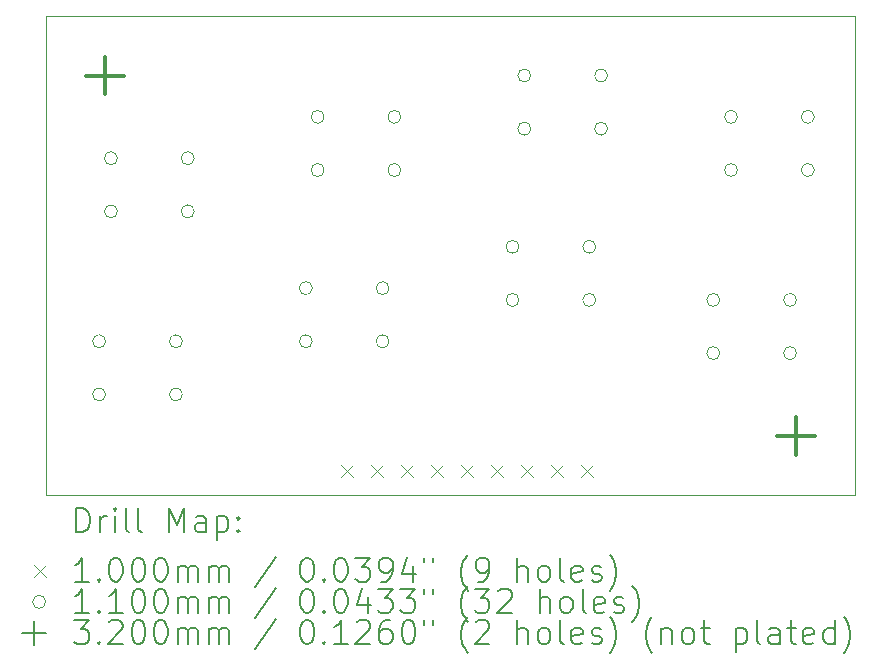
<source format=gbr>
%TF.GenerationSoftware,KiCad,Pcbnew,8.0.5*%
%TF.CreationDate,2024-11-12T13:58:14+11:00*%
%TF.ProjectId,wheel,77686565-6c2e-46b6-9963-61645f706362,rev?*%
%TF.SameCoordinates,Original*%
%TF.FileFunction,Drillmap*%
%TF.FilePolarity,Positive*%
%FSLAX45Y45*%
G04 Gerber Fmt 4.5, Leading zero omitted, Abs format (unit mm)*
G04 Created by KiCad (PCBNEW 8.0.5) date 2024-11-12 13:58:14*
%MOMM*%
%LPD*%
G01*
G04 APERTURE LIST*
%ADD10C,0.050000*%
%ADD11C,0.200000*%
%ADD12C,0.100000*%
%ADD13C,0.110000*%
%ADD14C,0.320000*%
G04 APERTURE END LIST*
D10*
X8250000Y-5500000D02*
X15100000Y-5500000D01*
X15100000Y-9550000D01*
X8250000Y-9550000D01*
X8250000Y-5500000D01*
D11*
D12*
X10750000Y-9300000D02*
X10850000Y-9400000D01*
X10850000Y-9300000D02*
X10750000Y-9400000D01*
X11004000Y-9300000D02*
X11104000Y-9400000D01*
X11104000Y-9300000D02*
X11004000Y-9400000D01*
X11258000Y-9300000D02*
X11358000Y-9400000D01*
X11358000Y-9300000D02*
X11258000Y-9400000D01*
X11512000Y-9300000D02*
X11612000Y-9400000D01*
X11612000Y-9300000D02*
X11512000Y-9400000D01*
X11766000Y-9300000D02*
X11866000Y-9400000D01*
X11866000Y-9300000D02*
X11766000Y-9400000D01*
X12020000Y-9300000D02*
X12120000Y-9400000D01*
X12120000Y-9300000D02*
X12020000Y-9400000D01*
X12274000Y-9300000D02*
X12374000Y-9400000D01*
X12374000Y-9300000D02*
X12274000Y-9400000D01*
X12528000Y-9300000D02*
X12628000Y-9400000D01*
X12628000Y-9300000D02*
X12528000Y-9400000D01*
X12782000Y-9300000D02*
X12882000Y-9400000D01*
X12882000Y-9300000D02*
X12782000Y-9400000D01*
D13*
X8755000Y-8250000D02*
G75*
G02*
X8645000Y-8250000I-55000J0D01*
G01*
X8645000Y-8250000D02*
G75*
G02*
X8755000Y-8250000I55000J0D01*
G01*
X8755000Y-8700000D02*
G75*
G02*
X8645000Y-8700000I-55000J0D01*
G01*
X8645000Y-8700000D02*
G75*
G02*
X8755000Y-8700000I55000J0D01*
G01*
X8855000Y-6700000D02*
G75*
G02*
X8745000Y-6700000I-55000J0D01*
G01*
X8745000Y-6700000D02*
G75*
G02*
X8855000Y-6700000I55000J0D01*
G01*
X8855000Y-7150000D02*
G75*
G02*
X8745000Y-7150000I-55000J0D01*
G01*
X8745000Y-7150000D02*
G75*
G02*
X8855000Y-7150000I55000J0D01*
G01*
X9405000Y-8250000D02*
G75*
G02*
X9295000Y-8250000I-55000J0D01*
G01*
X9295000Y-8250000D02*
G75*
G02*
X9405000Y-8250000I55000J0D01*
G01*
X9405000Y-8700000D02*
G75*
G02*
X9295000Y-8700000I-55000J0D01*
G01*
X9295000Y-8700000D02*
G75*
G02*
X9405000Y-8700000I55000J0D01*
G01*
X9505000Y-6700000D02*
G75*
G02*
X9395000Y-6700000I-55000J0D01*
G01*
X9395000Y-6700000D02*
G75*
G02*
X9505000Y-6700000I55000J0D01*
G01*
X9505000Y-7150000D02*
G75*
G02*
X9395000Y-7150000I-55000J0D01*
G01*
X9395000Y-7150000D02*
G75*
G02*
X9505000Y-7150000I55000J0D01*
G01*
X10505000Y-7800000D02*
G75*
G02*
X10395000Y-7800000I-55000J0D01*
G01*
X10395000Y-7800000D02*
G75*
G02*
X10505000Y-7800000I55000J0D01*
G01*
X10505000Y-8250000D02*
G75*
G02*
X10395000Y-8250000I-55000J0D01*
G01*
X10395000Y-8250000D02*
G75*
G02*
X10505000Y-8250000I55000J0D01*
G01*
X10605000Y-6350000D02*
G75*
G02*
X10495000Y-6350000I-55000J0D01*
G01*
X10495000Y-6350000D02*
G75*
G02*
X10605000Y-6350000I55000J0D01*
G01*
X10605000Y-6800000D02*
G75*
G02*
X10495000Y-6800000I-55000J0D01*
G01*
X10495000Y-6800000D02*
G75*
G02*
X10605000Y-6800000I55000J0D01*
G01*
X11155000Y-7800000D02*
G75*
G02*
X11045000Y-7800000I-55000J0D01*
G01*
X11045000Y-7800000D02*
G75*
G02*
X11155000Y-7800000I55000J0D01*
G01*
X11155000Y-8250000D02*
G75*
G02*
X11045000Y-8250000I-55000J0D01*
G01*
X11045000Y-8250000D02*
G75*
G02*
X11155000Y-8250000I55000J0D01*
G01*
X11255000Y-6350000D02*
G75*
G02*
X11145000Y-6350000I-55000J0D01*
G01*
X11145000Y-6350000D02*
G75*
G02*
X11255000Y-6350000I55000J0D01*
G01*
X11255000Y-6800000D02*
G75*
G02*
X11145000Y-6800000I-55000J0D01*
G01*
X11145000Y-6800000D02*
G75*
G02*
X11255000Y-6800000I55000J0D01*
G01*
X12255000Y-7450000D02*
G75*
G02*
X12145000Y-7450000I-55000J0D01*
G01*
X12145000Y-7450000D02*
G75*
G02*
X12255000Y-7450000I55000J0D01*
G01*
X12255000Y-7900000D02*
G75*
G02*
X12145000Y-7900000I-55000J0D01*
G01*
X12145000Y-7900000D02*
G75*
G02*
X12255000Y-7900000I55000J0D01*
G01*
X12355000Y-6000000D02*
G75*
G02*
X12245000Y-6000000I-55000J0D01*
G01*
X12245000Y-6000000D02*
G75*
G02*
X12355000Y-6000000I55000J0D01*
G01*
X12355000Y-6450000D02*
G75*
G02*
X12245000Y-6450000I-55000J0D01*
G01*
X12245000Y-6450000D02*
G75*
G02*
X12355000Y-6450000I55000J0D01*
G01*
X12905000Y-7450000D02*
G75*
G02*
X12795000Y-7450000I-55000J0D01*
G01*
X12795000Y-7450000D02*
G75*
G02*
X12905000Y-7450000I55000J0D01*
G01*
X12905000Y-7900000D02*
G75*
G02*
X12795000Y-7900000I-55000J0D01*
G01*
X12795000Y-7900000D02*
G75*
G02*
X12905000Y-7900000I55000J0D01*
G01*
X13005000Y-6000000D02*
G75*
G02*
X12895000Y-6000000I-55000J0D01*
G01*
X12895000Y-6000000D02*
G75*
G02*
X13005000Y-6000000I55000J0D01*
G01*
X13005000Y-6450000D02*
G75*
G02*
X12895000Y-6450000I-55000J0D01*
G01*
X12895000Y-6450000D02*
G75*
G02*
X13005000Y-6450000I55000J0D01*
G01*
X13955000Y-7900000D02*
G75*
G02*
X13845000Y-7900000I-55000J0D01*
G01*
X13845000Y-7900000D02*
G75*
G02*
X13955000Y-7900000I55000J0D01*
G01*
X13955000Y-8350000D02*
G75*
G02*
X13845000Y-8350000I-55000J0D01*
G01*
X13845000Y-8350000D02*
G75*
G02*
X13955000Y-8350000I55000J0D01*
G01*
X14105000Y-6350000D02*
G75*
G02*
X13995000Y-6350000I-55000J0D01*
G01*
X13995000Y-6350000D02*
G75*
G02*
X14105000Y-6350000I55000J0D01*
G01*
X14105000Y-6800000D02*
G75*
G02*
X13995000Y-6800000I-55000J0D01*
G01*
X13995000Y-6800000D02*
G75*
G02*
X14105000Y-6800000I55000J0D01*
G01*
X14605000Y-7900000D02*
G75*
G02*
X14495000Y-7900000I-55000J0D01*
G01*
X14495000Y-7900000D02*
G75*
G02*
X14605000Y-7900000I55000J0D01*
G01*
X14605000Y-8350000D02*
G75*
G02*
X14495000Y-8350000I-55000J0D01*
G01*
X14495000Y-8350000D02*
G75*
G02*
X14605000Y-8350000I55000J0D01*
G01*
X14755000Y-6350000D02*
G75*
G02*
X14645000Y-6350000I-55000J0D01*
G01*
X14645000Y-6350000D02*
G75*
G02*
X14755000Y-6350000I55000J0D01*
G01*
X14755000Y-6800000D02*
G75*
G02*
X14645000Y-6800000I-55000J0D01*
G01*
X14645000Y-6800000D02*
G75*
G02*
X14755000Y-6800000I55000J0D01*
G01*
D14*
X8750000Y-5840000D02*
X8750000Y-6160000D01*
X8590000Y-6000000D02*
X8910000Y-6000000D01*
X14600000Y-8890000D02*
X14600000Y-9210000D01*
X14440000Y-9050000D02*
X14760000Y-9050000D01*
D11*
X8508277Y-9863984D02*
X8508277Y-9663984D01*
X8508277Y-9663984D02*
X8555896Y-9663984D01*
X8555896Y-9663984D02*
X8584467Y-9673508D01*
X8584467Y-9673508D02*
X8603515Y-9692555D01*
X8603515Y-9692555D02*
X8613039Y-9711603D01*
X8613039Y-9711603D02*
X8622563Y-9749698D01*
X8622563Y-9749698D02*
X8622563Y-9778270D01*
X8622563Y-9778270D02*
X8613039Y-9816365D01*
X8613039Y-9816365D02*
X8603515Y-9835412D01*
X8603515Y-9835412D02*
X8584467Y-9854460D01*
X8584467Y-9854460D02*
X8555896Y-9863984D01*
X8555896Y-9863984D02*
X8508277Y-9863984D01*
X8708277Y-9863984D02*
X8708277Y-9730650D01*
X8708277Y-9768746D02*
X8717801Y-9749698D01*
X8717801Y-9749698D02*
X8727324Y-9740174D01*
X8727324Y-9740174D02*
X8746372Y-9730650D01*
X8746372Y-9730650D02*
X8765420Y-9730650D01*
X8832086Y-9863984D02*
X8832086Y-9730650D01*
X8832086Y-9663984D02*
X8822563Y-9673508D01*
X8822563Y-9673508D02*
X8832086Y-9683031D01*
X8832086Y-9683031D02*
X8841610Y-9673508D01*
X8841610Y-9673508D02*
X8832086Y-9663984D01*
X8832086Y-9663984D02*
X8832086Y-9683031D01*
X8955896Y-9863984D02*
X8936848Y-9854460D01*
X8936848Y-9854460D02*
X8927324Y-9835412D01*
X8927324Y-9835412D02*
X8927324Y-9663984D01*
X9060658Y-9863984D02*
X9041610Y-9854460D01*
X9041610Y-9854460D02*
X9032086Y-9835412D01*
X9032086Y-9835412D02*
X9032086Y-9663984D01*
X9289229Y-9863984D02*
X9289229Y-9663984D01*
X9289229Y-9663984D02*
X9355896Y-9806841D01*
X9355896Y-9806841D02*
X9422563Y-9663984D01*
X9422563Y-9663984D02*
X9422563Y-9863984D01*
X9603515Y-9863984D02*
X9603515Y-9759222D01*
X9603515Y-9759222D02*
X9593991Y-9740174D01*
X9593991Y-9740174D02*
X9574944Y-9730650D01*
X9574944Y-9730650D02*
X9536848Y-9730650D01*
X9536848Y-9730650D02*
X9517801Y-9740174D01*
X9603515Y-9854460D02*
X9584467Y-9863984D01*
X9584467Y-9863984D02*
X9536848Y-9863984D01*
X9536848Y-9863984D02*
X9517801Y-9854460D01*
X9517801Y-9854460D02*
X9508277Y-9835412D01*
X9508277Y-9835412D02*
X9508277Y-9816365D01*
X9508277Y-9816365D02*
X9517801Y-9797317D01*
X9517801Y-9797317D02*
X9536848Y-9787793D01*
X9536848Y-9787793D02*
X9584467Y-9787793D01*
X9584467Y-9787793D02*
X9603515Y-9778270D01*
X9698753Y-9730650D02*
X9698753Y-9930650D01*
X9698753Y-9740174D02*
X9717801Y-9730650D01*
X9717801Y-9730650D02*
X9755896Y-9730650D01*
X9755896Y-9730650D02*
X9774944Y-9740174D01*
X9774944Y-9740174D02*
X9784467Y-9749698D01*
X9784467Y-9749698D02*
X9793991Y-9768746D01*
X9793991Y-9768746D02*
X9793991Y-9825889D01*
X9793991Y-9825889D02*
X9784467Y-9844936D01*
X9784467Y-9844936D02*
X9774944Y-9854460D01*
X9774944Y-9854460D02*
X9755896Y-9863984D01*
X9755896Y-9863984D02*
X9717801Y-9863984D01*
X9717801Y-9863984D02*
X9698753Y-9854460D01*
X9879705Y-9844936D02*
X9889229Y-9854460D01*
X9889229Y-9854460D02*
X9879705Y-9863984D01*
X9879705Y-9863984D02*
X9870182Y-9854460D01*
X9870182Y-9854460D02*
X9879705Y-9844936D01*
X9879705Y-9844936D02*
X9879705Y-9863984D01*
X9879705Y-9740174D02*
X9889229Y-9749698D01*
X9889229Y-9749698D02*
X9879705Y-9759222D01*
X9879705Y-9759222D02*
X9870182Y-9749698D01*
X9870182Y-9749698D02*
X9879705Y-9740174D01*
X9879705Y-9740174D02*
X9879705Y-9759222D01*
D12*
X8147500Y-10142500D02*
X8247500Y-10242500D01*
X8247500Y-10142500D02*
X8147500Y-10242500D01*
D11*
X8613039Y-10283984D02*
X8498753Y-10283984D01*
X8555896Y-10283984D02*
X8555896Y-10083984D01*
X8555896Y-10083984D02*
X8536848Y-10112555D01*
X8536848Y-10112555D02*
X8517801Y-10131603D01*
X8517801Y-10131603D02*
X8498753Y-10141127D01*
X8698753Y-10264936D02*
X8708277Y-10274460D01*
X8708277Y-10274460D02*
X8698753Y-10283984D01*
X8698753Y-10283984D02*
X8689229Y-10274460D01*
X8689229Y-10274460D02*
X8698753Y-10264936D01*
X8698753Y-10264936D02*
X8698753Y-10283984D01*
X8832086Y-10083984D02*
X8851134Y-10083984D01*
X8851134Y-10083984D02*
X8870182Y-10093508D01*
X8870182Y-10093508D02*
X8879705Y-10103031D01*
X8879705Y-10103031D02*
X8889229Y-10122079D01*
X8889229Y-10122079D02*
X8898753Y-10160174D01*
X8898753Y-10160174D02*
X8898753Y-10207793D01*
X8898753Y-10207793D02*
X8889229Y-10245889D01*
X8889229Y-10245889D02*
X8879705Y-10264936D01*
X8879705Y-10264936D02*
X8870182Y-10274460D01*
X8870182Y-10274460D02*
X8851134Y-10283984D01*
X8851134Y-10283984D02*
X8832086Y-10283984D01*
X8832086Y-10283984D02*
X8813039Y-10274460D01*
X8813039Y-10274460D02*
X8803515Y-10264936D01*
X8803515Y-10264936D02*
X8793991Y-10245889D01*
X8793991Y-10245889D02*
X8784467Y-10207793D01*
X8784467Y-10207793D02*
X8784467Y-10160174D01*
X8784467Y-10160174D02*
X8793991Y-10122079D01*
X8793991Y-10122079D02*
X8803515Y-10103031D01*
X8803515Y-10103031D02*
X8813039Y-10093508D01*
X8813039Y-10093508D02*
X8832086Y-10083984D01*
X9022563Y-10083984D02*
X9041610Y-10083984D01*
X9041610Y-10083984D02*
X9060658Y-10093508D01*
X9060658Y-10093508D02*
X9070182Y-10103031D01*
X9070182Y-10103031D02*
X9079705Y-10122079D01*
X9079705Y-10122079D02*
X9089229Y-10160174D01*
X9089229Y-10160174D02*
X9089229Y-10207793D01*
X9089229Y-10207793D02*
X9079705Y-10245889D01*
X9079705Y-10245889D02*
X9070182Y-10264936D01*
X9070182Y-10264936D02*
X9060658Y-10274460D01*
X9060658Y-10274460D02*
X9041610Y-10283984D01*
X9041610Y-10283984D02*
X9022563Y-10283984D01*
X9022563Y-10283984D02*
X9003515Y-10274460D01*
X9003515Y-10274460D02*
X8993991Y-10264936D01*
X8993991Y-10264936D02*
X8984467Y-10245889D01*
X8984467Y-10245889D02*
X8974944Y-10207793D01*
X8974944Y-10207793D02*
X8974944Y-10160174D01*
X8974944Y-10160174D02*
X8984467Y-10122079D01*
X8984467Y-10122079D02*
X8993991Y-10103031D01*
X8993991Y-10103031D02*
X9003515Y-10093508D01*
X9003515Y-10093508D02*
X9022563Y-10083984D01*
X9213039Y-10083984D02*
X9232086Y-10083984D01*
X9232086Y-10083984D02*
X9251134Y-10093508D01*
X9251134Y-10093508D02*
X9260658Y-10103031D01*
X9260658Y-10103031D02*
X9270182Y-10122079D01*
X9270182Y-10122079D02*
X9279705Y-10160174D01*
X9279705Y-10160174D02*
X9279705Y-10207793D01*
X9279705Y-10207793D02*
X9270182Y-10245889D01*
X9270182Y-10245889D02*
X9260658Y-10264936D01*
X9260658Y-10264936D02*
X9251134Y-10274460D01*
X9251134Y-10274460D02*
X9232086Y-10283984D01*
X9232086Y-10283984D02*
X9213039Y-10283984D01*
X9213039Y-10283984D02*
X9193991Y-10274460D01*
X9193991Y-10274460D02*
X9184467Y-10264936D01*
X9184467Y-10264936D02*
X9174944Y-10245889D01*
X9174944Y-10245889D02*
X9165420Y-10207793D01*
X9165420Y-10207793D02*
X9165420Y-10160174D01*
X9165420Y-10160174D02*
X9174944Y-10122079D01*
X9174944Y-10122079D02*
X9184467Y-10103031D01*
X9184467Y-10103031D02*
X9193991Y-10093508D01*
X9193991Y-10093508D02*
X9213039Y-10083984D01*
X9365420Y-10283984D02*
X9365420Y-10150650D01*
X9365420Y-10169698D02*
X9374944Y-10160174D01*
X9374944Y-10160174D02*
X9393991Y-10150650D01*
X9393991Y-10150650D02*
X9422563Y-10150650D01*
X9422563Y-10150650D02*
X9441610Y-10160174D01*
X9441610Y-10160174D02*
X9451134Y-10179222D01*
X9451134Y-10179222D02*
X9451134Y-10283984D01*
X9451134Y-10179222D02*
X9460658Y-10160174D01*
X9460658Y-10160174D02*
X9479705Y-10150650D01*
X9479705Y-10150650D02*
X9508277Y-10150650D01*
X9508277Y-10150650D02*
X9527325Y-10160174D01*
X9527325Y-10160174D02*
X9536848Y-10179222D01*
X9536848Y-10179222D02*
X9536848Y-10283984D01*
X9632086Y-10283984D02*
X9632086Y-10150650D01*
X9632086Y-10169698D02*
X9641610Y-10160174D01*
X9641610Y-10160174D02*
X9660658Y-10150650D01*
X9660658Y-10150650D02*
X9689229Y-10150650D01*
X9689229Y-10150650D02*
X9708277Y-10160174D01*
X9708277Y-10160174D02*
X9717801Y-10179222D01*
X9717801Y-10179222D02*
X9717801Y-10283984D01*
X9717801Y-10179222D02*
X9727325Y-10160174D01*
X9727325Y-10160174D02*
X9746372Y-10150650D01*
X9746372Y-10150650D02*
X9774944Y-10150650D01*
X9774944Y-10150650D02*
X9793991Y-10160174D01*
X9793991Y-10160174D02*
X9803515Y-10179222D01*
X9803515Y-10179222D02*
X9803515Y-10283984D01*
X10193991Y-10074460D02*
X10022563Y-10331603D01*
X10451134Y-10083984D02*
X10470182Y-10083984D01*
X10470182Y-10083984D02*
X10489229Y-10093508D01*
X10489229Y-10093508D02*
X10498753Y-10103031D01*
X10498753Y-10103031D02*
X10508277Y-10122079D01*
X10508277Y-10122079D02*
X10517801Y-10160174D01*
X10517801Y-10160174D02*
X10517801Y-10207793D01*
X10517801Y-10207793D02*
X10508277Y-10245889D01*
X10508277Y-10245889D02*
X10498753Y-10264936D01*
X10498753Y-10264936D02*
X10489229Y-10274460D01*
X10489229Y-10274460D02*
X10470182Y-10283984D01*
X10470182Y-10283984D02*
X10451134Y-10283984D01*
X10451134Y-10283984D02*
X10432087Y-10274460D01*
X10432087Y-10274460D02*
X10422563Y-10264936D01*
X10422563Y-10264936D02*
X10413039Y-10245889D01*
X10413039Y-10245889D02*
X10403515Y-10207793D01*
X10403515Y-10207793D02*
X10403515Y-10160174D01*
X10403515Y-10160174D02*
X10413039Y-10122079D01*
X10413039Y-10122079D02*
X10422563Y-10103031D01*
X10422563Y-10103031D02*
X10432087Y-10093508D01*
X10432087Y-10093508D02*
X10451134Y-10083984D01*
X10603515Y-10264936D02*
X10613039Y-10274460D01*
X10613039Y-10274460D02*
X10603515Y-10283984D01*
X10603515Y-10283984D02*
X10593991Y-10274460D01*
X10593991Y-10274460D02*
X10603515Y-10264936D01*
X10603515Y-10264936D02*
X10603515Y-10283984D01*
X10736848Y-10083984D02*
X10755896Y-10083984D01*
X10755896Y-10083984D02*
X10774944Y-10093508D01*
X10774944Y-10093508D02*
X10784468Y-10103031D01*
X10784468Y-10103031D02*
X10793991Y-10122079D01*
X10793991Y-10122079D02*
X10803515Y-10160174D01*
X10803515Y-10160174D02*
X10803515Y-10207793D01*
X10803515Y-10207793D02*
X10793991Y-10245889D01*
X10793991Y-10245889D02*
X10784468Y-10264936D01*
X10784468Y-10264936D02*
X10774944Y-10274460D01*
X10774944Y-10274460D02*
X10755896Y-10283984D01*
X10755896Y-10283984D02*
X10736848Y-10283984D01*
X10736848Y-10283984D02*
X10717801Y-10274460D01*
X10717801Y-10274460D02*
X10708277Y-10264936D01*
X10708277Y-10264936D02*
X10698753Y-10245889D01*
X10698753Y-10245889D02*
X10689229Y-10207793D01*
X10689229Y-10207793D02*
X10689229Y-10160174D01*
X10689229Y-10160174D02*
X10698753Y-10122079D01*
X10698753Y-10122079D02*
X10708277Y-10103031D01*
X10708277Y-10103031D02*
X10717801Y-10093508D01*
X10717801Y-10093508D02*
X10736848Y-10083984D01*
X10870182Y-10083984D02*
X10993991Y-10083984D01*
X10993991Y-10083984D02*
X10927325Y-10160174D01*
X10927325Y-10160174D02*
X10955896Y-10160174D01*
X10955896Y-10160174D02*
X10974944Y-10169698D01*
X10974944Y-10169698D02*
X10984468Y-10179222D01*
X10984468Y-10179222D02*
X10993991Y-10198270D01*
X10993991Y-10198270D02*
X10993991Y-10245889D01*
X10993991Y-10245889D02*
X10984468Y-10264936D01*
X10984468Y-10264936D02*
X10974944Y-10274460D01*
X10974944Y-10274460D02*
X10955896Y-10283984D01*
X10955896Y-10283984D02*
X10898753Y-10283984D01*
X10898753Y-10283984D02*
X10879706Y-10274460D01*
X10879706Y-10274460D02*
X10870182Y-10264936D01*
X11089229Y-10283984D02*
X11127325Y-10283984D01*
X11127325Y-10283984D02*
X11146372Y-10274460D01*
X11146372Y-10274460D02*
X11155896Y-10264936D01*
X11155896Y-10264936D02*
X11174944Y-10236365D01*
X11174944Y-10236365D02*
X11184468Y-10198270D01*
X11184468Y-10198270D02*
X11184468Y-10122079D01*
X11184468Y-10122079D02*
X11174944Y-10103031D01*
X11174944Y-10103031D02*
X11165420Y-10093508D01*
X11165420Y-10093508D02*
X11146372Y-10083984D01*
X11146372Y-10083984D02*
X11108277Y-10083984D01*
X11108277Y-10083984D02*
X11089229Y-10093508D01*
X11089229Y-10093508D02*
X11079706Y-10103031D01*
X11079706Y-10103031D02*
X11070182Y-10122079D01*
X11070182Y-10122079D02*
X11070182Y-10169698D01*
X11070182Y-10169698D02*
X11079706Y-10188746D01*
X11079706Y-10188746D02*
X11089229Y-10198270D01*
X11089229Y-10198270D02*
X11108277Y-10207793D01*
X11108277Y-10207793D02*
X11146372Y-10207793D01*
X11146372Y-10207793D02*
X11165420Y-10198270D01*
X11165420Y-10198270D02*
X11174944Y-10188746D01*
X11174944Y-10188746D02*
X11184468Y-10169698D01*
X11355896Y-10150650D02*
X11355896Y-10283984D01*
X11308277Y-10074460D02*
X11260658Y-10217317D01*
X11260658Y-10217317D02*
X11384467Y-10217317D01*
X11451134Y-10083984D02*
X11451134Y-10122079D01*
X11527325Y-10083984D02*
X11527325Y-10122079D01*
X11822563Y-10360174D02*
X11813039Y-10350650D01*
X11813039Y-10350650D02*
X11793991Y-10322079D01*
X11793991Y-10322079D02*
X11784468Y-10303031D01*
X11784468Y-10303031D02*
X11774944Y-10274460D01*
X11774944Y-10274460D02*
X11765420Y-10226841D01*
X11765420Y-10226841D02*
X11765420Y-10188746D01*
X11765420Y-10188746D02*
X11774944Y-10141127D01*
X11774944Y-10141127D02*
X11784468Y-10112555D01*
X11784468Y-10112555D02*
X11793991Y-10093508D01*
X11793991Y-10093508D02*
X11813039Y-10064936D01*
X11813039Y-10064936D02*
X11822563Y-10055412D01*
X11908277Y-10283984D02*
X11946372Y-10283984D01*
X11946372Y-10283984D02*
X11965420Y-10274460D01*
X11965420Y-10274460D02*
X11974944Y-10264936D01*
X11974944Y-10264936D02*
X11993991Y-10236365D01*
X11993991Y-10236365D02*
X12003515Y-10198270D01*
X12003515Y-10198270D02*
X12003515Y-10122079D01*
X12003515Y-10122079D02*
X11993991Y-10103031D01*
X11993991Y-10103031D02*
X11984468Y-10093508D01*
X11984468Y-10093508D02*
X11965420Y-10083984D01*
X11965420Y-10083984D02*
X11927325Y-10083984D01*
X11927325Y-10083984D02*
X11908277Y-10093508D01*
X11908277Y-10093508D02*
X11898753Y-10103031D01*
X11898753Y-10103031D02*
X11889229Y-10122079D01*
X11889229Y-10122079D02*
X11889229Y-10169698D01*
X11889229Y-10169698D02*
X11898753Y-10188746D01*
X11898753Y-10188746D02*
X11908277Y-10198270D01*
X11908277Y-10198270D02*
X11927325Y-10207793D01*
X11927325Y-10207793D02*
X11965420Y-10207793D01*
X11965420Y-10207793D02*
X11984468Y-10198270D01*
X11984468Y-10198270D02*
X11993991Y-10188746D01*
X11993991Y-10188746D02*
X12003515Y-10169698D01*
X12241610Y-10283984D02*
X12241610Y-10083984D01*
X12327325Y-10283984D02*
X12327325Y-10179222D01*
X12327325Y-10179222D02*
X12317801Y-10160174D01*
X12317801Y-10160174D02*
X12298753Y-10150650D01*
X12298753Y-10150650D02*
X12270182Y-10150650D01*
X12270182Y-10150650D02*
X12251134Y-10160174D01*
X12251134Y-10160174D02*
X12241610Y-10169698D01*
X12451134Y-10283984D02*
X12432087Y-10274460D01*
X12432087Y-10274460D02*
X12422563Y-10264936D01*
X12422563Y-10264936D02*
X12413039Y-10245889D01*
X12413039Y-10245889D02*
X12413039Y-10188746D01*
X12413039Y-10188746D02*
X12422563Y-10169698D01*
X12422563Y-10169698D02*
X12432087Y-10160174D01*
X12432087Y-10160174D02*
X12451134Y-10150650D01*
X12451134Y-10150650D02*
X12479706Y-10150650D01*
X12479706Y-10150650D02*
X12498753Y-10160174D01*
X12498753Y-10160174D02*
X12508277Y-10169698D01*
X12508277Y-10169698D02*
X12517801Y-10188746D01*
X12517801Y-10188746D02*
X12517801Y-10245889D01*
X12517801Y-10245889D02*
X12508277Y-10264936D01*
X12508277Y-10264936D02*
X12498753Y-10274460D01*
X12498753Y-10274460D02*
X12479706Y-10283984D01*
X12479706Y-10283984D02*
X12451134Y-10283984D01*
X12632087Y-10283984D02*
X12613039Y-10274460D01*
X12613039Y-10274460D02*
X12603515Y-10255412D01*
X12603515Y-10255412D02*
X12603515Y-10083984D01*
X12784468Y-10274460D02*
X12765420Y-10283984D01*
X12765420Y-10283984D02*
X12727325Y-10283984D01*
X12727325Y-10283984D02*
X12708277Y-10274460D01*
X12708277Y-10274460D02*
X12698753Y-10255412D01*
X12698753Y-10255412D02*
X12698753Y-10179222D01*
X12698753Y-10179222D02*
X12708277Y-10160174D01*
X12708277Y-10160174D02*
X12727325Y-10150650D01*
X12727325Y-10150650D02*
X12765420Y-10150650D01*
X12765420Y-10150650D02*
X12784468Y-10160174D01*
X12784468Y-10160174D02*
X12793991Y-10179222D01*
X12793991Y-10179222D02*
X12793991Y-10198270D01*
X12793991Y-10198270D02*
X12698753Y-10217317D01*
X12870182Y-10274460D02*
X12889230Y-10283984D01*
X12889230Y-10283984D02*
X12927325Y-10283984D01*
X12927325Y-10283984D02*
X12946372Y-10274460D01*
X12946372Y-10274460D02*
X12955896Y-10255412D01*
X12955896Y-10255412D02*
X12955896Y-10245889D01*
X12955896Y-10245889D02*
X12946372Y-10226841D01*
X12946372Y-10226841D02*
X12927325Y-10217317D01*
X12927325Y-10217317D02*
X12898753Y-10217317D01*
X12898753Y-10217317D02*
X12879706Y-10207793D01*
X12879706Y-10207793D02*
X12870182Y-10188746D01*
X12870182Y-10188746D02*
X12870182Y-10179222D01*
X12870182Y-10179222D02*
X12879706Y-10160174D01*
X12879706Y-10160174D02*
X12898753Y-10150650D01*
X12898753Y-10150650D02*
X12927325Y-10150650D01*
X12927325Y-10150650D02*
X12946372Y-10160174D01*
X13022563Y-10360174D02*
X13032087Y-10350650D01*
X13032087Y-10350650D02*
X13051134Y-10322079D01*
X13051134Y-10322079D02*
X13060658Y-10303031D01*
X13060658Y-10303031D02*
X13070182Y-10274460D01*
X13070182Y-10274460D02*
X13079706Y-10226841D01*
X13079706Y-10226841D02*
X13079706Y-10188746D01*
X13079706Y-10188746D02*
X13070182Y-10141127D01*
X13070182Y-10141127D02*
X13060658Y-10112555D01*
X13060658Y-10112555D02*
X13051134Y-10093508D01*
X13051134Y-10093508D02*
X13032087Y-10064936D01*
X13032087Y-10064936D02*
X13022563Y-10055412D01*
D13*
X8247500Y-10456500D02*
G75*
G02*
X8137500Y-10456500I-55000J0D01*
G01*
X8137500Y-10456500D02*
G75*
G02*
X8247500Y-10456500I55000J0D01*
G01*
D11*
X8613039Y-10547984D02*
X8498753Y-10547984D01*
X8555896Y-10547984D02*
X8555896Y-10347984D01*
X8555896Y-10347984D02*
X8536848Y-10376555D01*
X8536848Y-10376555D02*
X8517801Y-10395603D01*
X8517801Y-10395603D02*
X8498753Y-10405127D01*
X8698753Y-10528936D02*
X8708277Y-10538460D01*
X8708277Y-10538460D02*
X8698753Y-10547984D01*
X8698753Y-10547984D02*
X8689229Y-10538460D01*
X8689229Y-10538460D02*
X8698753Y-10528936D01*
X8698753Y-10528936D02*
X8698753Y-10547984D01*
X8898753Y-10547984D02*
X8784467Y-10547984D01*
X8841610Y-10547984D02*
X8841610Y-10347984D01*
X8841610Y-10347984D02*
X8822563Y-10376555D01*
X8822563Y-10376555D02*
X8803515Y-10395603D01*
X8803515Y-10395603D02*
X8784467Y-10405127D01*
X9022563Y-10347984D02*
X9041610Y-10347984D01*
X9041610Y-10347984D02*
X9060658Y-10357508D01*
X9060658Y-10357508D02*
X9070182Y-10367031D01*
X9070182Y-10367031D02*
X9079705Y-10386079D01*
X9079705Y-10386079D02*
X9089229Y-10424174D01*
X9089229Y-10424174D02*
X9089229Y-10471793D01*
X9089229Y-10471793D02*
X9079705Y-10509889D01*
X9079705Y-10509889D02*
X9070182Y-10528936D01*
X9070182Y-10528936D02*
X9060658Y-10538460D01*
X9060658Y-10538460D02*
X9041610Y-10547984D01*
X9041610Y-10547984D02*
X9022563Y-10547984D01*
X9022563Y-10547984D02*
X9003515Y-10538460D01*
X9003515Y-10538460D02*
X8993991Y-10528936D01*
X8993991Y-10528936D02*
X8984467Y-10509889D01*
X8984467Y-10509889D02*
X8974944Y-10471793D01*
X8974944Y-10471793D02*
X8974944Y-10424174D01*
X8974944Y-10424174D02*
X8984467Y-10386079D01*
X8984467Y-10386079D02*
X8993991Y-10367031D01*
X8993991Y-10367031D02*
X9003515Y-10357508D01*
X9003515Y-10357508D02*
X9022563Y-10347984D01*
X9213039Y-10347984D02*
X9232086Y-10347984D01*
X9232086Y-10347984D02*
X9251134Y-10357508D01*
X9251134Y-10357508D02*
X9260658Y-10367031D01*
X9260658Y-10367031D02*
X9270182Y-10386079D01*
X9270182Y-10386079D02*
X9279705Y-10424174D01*
X9279705Y-10424174D02*
X9279705Y-10471793D01*
X9279705Y-10471793D02*
X9270182Y-10509889D01*
X9270182Y-10509889D02*
X9260658Y-10528936D01*
X9260658Y-10528936D02*
X9251134Y-10538460D01*
X9251134Y-10538460D02*
X9232086Y-10547984D01*
X9232086Y-10547984D02*
X9213039Y-10547984D01*
X9213039Y-10547984D02*
X9193991Y-10538460D01*
X9193991Y-10538460D02*
X9184467Y-10528936D01*
X9184467Y-10528936D02*
X9174944Y-10509889D01*
X9174944Y-10509889D02*
X9165420Y-10471793D01*
X9165420Y-10471793D02*
X9165420Y-10424174D01*
X9165420Y-10424174D02*
X9174944Y-10386079D01*
X9174944Y-10386079D02*
X9184467Y-10367031D01*
X9184467Y-10367031D02*
X9193991Y-10357508D01*
X9193991Y-10357508D02*
X9213039Y-10347984D01*
X9365420Y-10547984D02*
X9365420Y-10414650D01*
X9365420Y-10433698D02*
X9374944Y-10424174D01*
X9374944Y-10424174D02*
X9393991Y-10414650D01*
X9393991Y-10414650D02*
X9422563Y-10414650D01*
X9422563Y-10414650D02*
X9441610Y-10424174D01*
X9441610Y-10424174D02*
X9451134Y-10443222D01*
X9451134Y-10443222D02*
X9451134Y-10547984D01*
X9451134Y-10443222D02*
X9460658Y-10424174D01*
X9460658Y-10424174D02*
X9479705Y-10414650D01*
X9479705Y-10414650D02*
X9508277Y-10414650D01*
X9508277Y-10414650D02*
X9527325Y-10424174D01*
X9527325Y-10424174D02*
X9536848Y-10443222D01*
X9536848Y-10443222D02*
X9536848Y-10547984D01*
X9632086Y-10547984D02*
X9632086Y-10414650D01*
X9632086Y-10433698D02*
X9641610Y-10424174D01*
X9641610Y-10424174D02*
X9660658Y-10414650D01*
X9660658Y-10414650D02*
X9689229Y-10414650D01*
X9689229Y-10414650D02*
X9708277Y-10424174D01*
X9708277Y-10424174D02*
X9717801Y-10443222D01*
X9717801Y-10443222D02*
X9717801Y-10547984D01*
X9717801Y-10443222D02*
X9727325Y-10424174D01*
X9727325Y-10424174D02*
X9746372Y-10414650D01*
X9746372Y-10414650D02*
X9774944Y-10414650D01*
X9774944Y-10414650D02*
X9793991Y-10424174D01*
X9793991Y-10424174D02*
X9803515Y-10443222D01*
X9803515Y-10443222D02*
X9803515Y-10547984D01*
X10193991Y-10338460D02*
X10022563Y-10595603D01*
X10451134Y-10347984D02*
X10470182Y-10347984D01*
X10470182Y-10347984D02*
X10489229Y-10357508D01*
X10489229Y-10357508D02*
X10498753Y-10367031D01*
X10498753Y-10367031D02*
X10508277Y-10386079D01*
X10508277Y-10386079D02*
X10517801Y-10424174D01*
X10517801Y-10424174D02*
X10517801Y-10471793D01*
X10517801Y-10471793D02*
X10508277Y-10509889D01*
X10508277Y-10509889D02*
X10498753Y-10528936D01*
X10498753Y-10528936D02*
X10489229Y-10538460D01*
X10489229Y-10538460D02*
X10470182Y-10547984D01*
X10470182Y-10547984D02*
X10451134Y-10547984D01*
X10451134Y-10547984D02*
X10432087Y-10538460D01*
X10432087Y-10538460D02*
X10422563Y-10528936D01*
X10422563Y-10528936D02*
X10413039Y-10509889D01*
X10413039Y-10509889D02*
X10403515Y-10471793D01*
X10403515Y-10471793D02*
X10403515Y-10424174D01*
X10403515Y-10424174D02*
X10413039Y-10386079D01*
X10413039Y-10386079D02*
X10422563Y-10367031D01*
X10422563Y-10367031D02*
X10432087Y-10357508D01*
X10432087Y-10357508D02*
X10451134Y-10347984D01*
X10603515Y-10528936D02*
X10613039Y-10538460D01*
X10613039Y-10538460D02*
X10603515Y-10547984D01*
X10603515Y-10547984D02*
X10593991Y-10538460D01*
X10593991Y-10538460D02*
X10603515Y-10528936D01*
X10603515Y-10528936D02*
X10603515Y-10547984D01*
X10736848Y-10347984D02*
X10755896Y-10347984D01*
X10755896Y-10347984D02*
X10774944Y-10357508D01*
X10774944Y-10357508D02*
X10784468Y-10367031D01*
X10784468Y-10367031D02*
X10793991Y-10386079D01*
X10793991Y-10386079D02*
X10803515Y-10424174D01*
X10803515Y-10424174D02*
X10803515Y-10471793D01*
X10803515Y-10471793D02*
X10793991Y-10509889D01*
X10793991Y-10509889D02*
X10784468Y-10528936D01*
X10784468Y-10528936D02*
X10774944Y-10538460D01*
X10774944Y-10538460D02*
X10755896Y-10547984D01*
X10755896Y-10547984D02*
X10736848Y-10547984D01*
X10736848Y-10547984D02*
X10717801Y-10538460D01*
X10717801Y-10538460D02*
X10708277Y-10528936D01*
X10708277Y-10528936D02*
X10698753Y-10509889D01*
X10698753Y-10509889D02*
X10689229Y-10471793D01*
X10689229Y-10471793D02*
X10689229Y-10424174D01*
X10689229Y-10424174D02*
X10698753Y-10386079D01*
X10698753Y-10386079D02*
X10708277Y-10367031D01*
X10708277Y-10367031D02*
X10717801Y-10357508D01*
X10717801Y-10357508D02*
X10736848Y-10347984D01*
X10974944Y-10414650D02*
X10974944Y-10547984D01*
X10927325Y-10338460D02*
X10879706Y-10481317D01*
X10879706Y-10481317D02*
X11003515Y-10481317D01*
X11060658Y-10347984D02*
X11184468Y-10347984D01*
X11184468Y-10347984D02*
X11117801Y-10424174D01*
X11117801Y-10424174D02*
X11146372Y-10424174D01*
X11146372Y-10424174D02*
X11165420Y-10433698D01*
X11165420Y-10433698D02*
X11174944Y-10443222D01*
X11174944Y-10443222D02*
X11184468Y-10462270D01*
X11184468Y-10462270D02*
X11184468Y-10509889D01*
X11184468Y-10509889D02*
X11174944Y-10528936D01*
X11174944Y-10528936D02*
X11165420Y-10538460D01*
X11165420Y-10538460D02*
X11146372Y-10547984D01*
X11146372Y-10547984D02*
X11089229Y-10547984D01*
X11089229Y-10547984D02*
X11070182Y-10538460D01*
X11070182Y-10538460D02*
X11060658Y-10528936D01*
X11251134Y-10347984D02*
X11374944Y-10347984D01*
X11374944Y-10347984D02*
X11308277Y-10424174D01*
X11308277Y-10424174D02*
X11336848Y-10424174D01*
X11336848Y-10424174D02*
X11355896Y-10433698D01*
X11355896Y-10433698D02*
X11365420Y-10443222D01*
X11365420Y-10443222D02*
X11374944Y-10462270D01*
X11374944Y-10462270D02*
X11374944Y-10509889D01*
X11374944Y-10509889D02*
X11365420Y-10528936D01*
X11365420Y-10528936D02*
X11355896Y-10538460D01*
X11355896Y-10538460D02*
X11336848Y-10547984D01*
X11336848Y-10547984D02*
X11279706Y-10547984D01*
X11279706Y-10547984D02*
X11260658Y-10538460D01*
X11260658Y-10538460D02*
X11251134Y-10528936D01*
X11451134Y-10347984D02*
X11451134Y-10386079D01*
X11527325Y-10347984D02*
X11527325Y-10386079D01*
X11822563Y-10624174D02*
X11813039Y-10614650D01*
X11813039Y-10614650D02*
X11793991Y-10586079D01*
X11793991Y-10586079D02*
X11784468Y-10567031D01*
X11784468Y-10567031D02*
X11774944Y-10538460D01*
X11774944Y-10538460D02*
X11765420Y-10490841D01*
X11765420Y-10490841D02*
X11765420Y-10452746D01*
X11765420Y-10452746D02*
X11774944Y-10405127D01*
X11774944Y-10405127D02*
X11784468Y-10376555D01*
X11784468Y-10376555D02*
X11793991Y-10357508D01*
X11793991Y-10357508D02*
X11813039Y-10328936D01*
X11813039Y-10328936D02*
X11822563Y-10319412D01*
X11879706Y-10347984D02*
X12003515Y-10347984D01*
X12003515Y-10347984D02*
X11936848Y-10424174D01*
X11936848Y-10424174D02*
X11965420Y-10424174D01*
X11965420Y-10424174D02*
X11984468Y-10433698D01*
X11984468Y-10433698D02*
X11993991Y-10443222D01*
X11993991Y-10443222D02*
X12003515Y-10462270D01*
X12003515Y-10462270D02*
X12003515Y-10509889D01*
X12003515Y-10509889D02*
X11993991Y-10528936D01*
X11993991Y-10528936D02*
X11984468Y-10538460D01*
X11984468Y-10538460D02*
X11965420Y-10547984D01*
X11965420Y-10547984D02*
X11908277Y-10547984D01*
X11908277Y-10547984D02*
X11889229Y-10538460D01*
X11889229Y-10538460D02*
X11879706Y-10528936D01*
X12079706Y-10367031D02*
X12089229Y-10357508D01*
X12089229Y-10357508D02*
X12108277Y-10347984D01*
X12108277Y-10347984D02*
X12155896Y-10347984D01*
X12155896Y-10347984D02*
X12174944Y-10357508D01*
X12174944Y-10357508D02*
X12184468Y-10367031D01*
X12184468Y-10367031D02*
X12193991Y-10386079D01*
X12193991Y-10386079D02*
X12193991Y-10405127D01*
X12193991Y-10405127D02*
X12184468Y-10433698D01*
X12184468Y-10433698D02*
X12070182Y-10547984D01*
X12070182Y-10547984D02*
X12193991Y-10547984D01*
X12432087Y-10547984D02*
X12432087Y-10347984D01*
X12517801Y-10547984D02*
X12517801Y-10443222D01*
X12517801Y-10443222D02*
X12508277Y-10424174D01*
X12508277Y-10424174D02*
X12489230Y-10414650D01*
X12489230Y-10414650D02*
X12460658Y-10414650D01*
X12460658Y-10414650D02*
X12441610Y-10424174D01*
X12441610Y-10424174D02*
X12432087Y-10433698D01*
X12641610Y-10547984D02*
X12622563Y-10538460D01*
X12622563Y-10538460D02*
X12613039Y-10528936D01*
X12613039Y-10528936D02*
X12603515Y-10509889D01*
X12603515Y-10509889D02*
X12603515Y-10452746D01*
X12603515Y-10452746D02*
X12613039Y-10433698D01*
X12613039Y-10433698D02*
X12622563Y-10424174D01*
X12622563Y-10424174D02*
X12641610Y-10414650D01*
X12641610Y-10414650D02*
X12670182Y-10414650D01*
X12670182Y-10414650D02*
X12689230Y-10424174D01*
X12689230Y-10424174D02*
X12698753Y-10433698D01*
X12698753Y-10433698D02*
X12708277Y-10452746D01*
X12708277Y-10452746D02*
X12708277Y-10509889D01*
X12708277Y-10509889D02*
X12698753Y-10528936D01*
X12698753Y-10528936D02*
X12689230Y-10538460D01*
X12689230Y-10538460D02*
X12670182Y-10547984D01*
X12670182Y-10547984D02*
X12641610Y-10547984D01*
X12822563Y-10547984D02*
X12803515Y-10538460D01*
X12803515Y-10538460D02*
X12793991Y-10519412D01*
X12793991Y-10519412D02*
X12793991Y-10347984D01*
X12974944Y-10538460D02*
X12955896Y-10547984D01*
X12955896Y-10547984D02*
X12917801Y-10547984D01*
X12917801Y-10547984D02*
X12898753Y-10538460D01*
X12898753Y-10538460D02*
X12889230Y-10519412D01*
X12889230Y-10519412D02*
X12889230Y-10443222D01*
X12889230Y-10443222D02*
X12898753Y-10424174D01*
X12898753Y-10424174D02*
X12917801Y-10414650D01*
X12917801Y-10414650D02*
X12955896Y-10414650D01*
X12955896Y-10414650D02*
X12974944Y-10424174D01*
X12974944Y-10424174D02*
X12984468Y-10443222D01*
X12984468Y-10443222D02*
X12984468Y-10462270D01*
X12984468Y-10462270D02*
X12889230Y-10481317D01*
X13060658Y-10538460D02*
X13079706Y-10547984D01*
X13079706Y-10547984D02*
X13117801Y-10547984D01*
X13117801Y-10547984D02*
X13136849Y-10538460D01*
X13136849Y-10538460D02*
X13146372Y-10519412D01*
X13146372Y-10519412D02*
X13146372Y-10509889D01*
X13146372Y-10509889D02*
X13136849Y-10490841D01*
X13136849Y-10490841D02*
X13117801Y-10481317D01*
X13117801Y-10481317D02*
X13089230Y-10481317D01*
X13089230Y-10481317D02*
X13070182Y-10471793D01*
X13070182Y-10471793D02*
X13060658Y-10452746D01*
X13060658Y-10452746D02*
X13060658Y-10443222D01*
X13060658Y-10443222D02*
X13070182Y-10424174D01*
X13070182Y-10424174D02*
X13089230Y-10414650D01*
X13089230Y-10414650D02*
X13117801Y-10414650D01*
X13117801Y-10414650D02*
X13136849Y-10424174D01*
X13213039Y-10624174D02*
X13222563Y-10614650D01*
X13222563Y-10614650D02*
X13241611Y-10586079D01*
X13241611Y-10586079D02*
X13251134Y-10567031D01*
X13251134Y-10567031D02*
X13260658Y-10538460D01*
X13260658Y-10538460D02*
X13270182Y-10490841D01*
X13270182Y-10490841D02*
X13270182Y-10452746D01*
X13270182Y-10452746D02*
X13260658Y-10405127D01*
X13260658Y-10405127D02*
X13251134Y-10376555D01*
X13251134Y-10376555D02*
X13241611Y-10357508D01*
X13241611Y-10357508D02*
X13222563Y-10328936D01*
X13222563Y-10328936D02*
X13213039Y-10319412D01*
X8147500Y-10620500D02*
X8147500Y-10820500D01*
X8047500Y-10720500D02*
X8247500Y-10720500D01*
X8489229Y-10611984D02*
X8613039Y-10611984D01*
X8613039Y-10611984D02*
X8546372Y-10688174D01*
X8546372Y-10688174D02*
X8574944Y-10688174D01*
X8574944Y-10688174D02*
X8593991Y-10697698D01*
X8593991Y-10697698D02*
X8603515Y-10707222D01*
X8603515Y-10707222D02*
X8613039Y-10726270D01*
X8613039Y-10726270D02*
X8613039Y-10773889D01*
X8613039Y-10773889D02*
X8603515Y-10792936D01*
X8603515Y-10792936D02*
X8593991Y-10802460D01*
X8593991Y-10802460D02*
X8574944Y-10811984D01*
X8574944Y-10811984D02*
X8517801Y-10811984D01*
X8517801Y-10811984D02*
X8498753Y-10802460D01*
X8498753Y-10802460D02*
X8489229Y-10792936D01*
X8698753Y-10792936D02*
X8708277Y-10802460D01*
X8708277Y-10802460D02*
X8698753Y-10811984D01*
X8698753Y-10811984D02*
X8689229Y-10802460D01*
X8689229Y-10802460D02*
X8698753Y-10792936D01*
X8698753Y-10792936D02*
X8698753Y-10811984D01*
X8784467Y-10631031D02*
X8793991Y-10621508D01*
X8793991Y-10621508D02*
X8813039Y-10611984D01*
X8813039Y-10611984D02*
X8860658Y-10611984D01*
X8860658Y-10611984D02*
X8879705Y-10621508D01*
X8879705Y-10621508D02*
X8889229Y-10631031D01*
X8889229Y-10631031D02*
X8898753Y-10650079D01*
X8898753Y-10650079D02*
X8898753Y-10669127D01*
X8898753Y-10669127D02*
X8889229Y-10697698D01*
X8889229Y-10697698D02*
X8774944Y-10811984D01*
X8774944Y-10811984D02*
X8898753Y-10811984D01*
X9022563Y-10611984D02*
X9041610Y-10611984D01*
X9041610Y-10611984D02*
X9060658Y-10621508D01*
X9060658Y-10621508D02*
X9070182Y-10631031D01*
X9070182Y-10631031D02*
X9079705Y-10650079D01*
X9079705Y-10650079D02*
X9089229Y-10688174D01*
X9089229Y-10688174D02*
X9089229Y-10735793D01*
X9089229Y-10735793D02*
X9079705Y-10773889D01*
X9079705Y-10773889D02*
X9070182Y-10792936D01*
X9070182Y-10792936D02*
X9060658Y-10802460D01*
X9060658Y-10802460D02*
X9041610Y-10811984D01*
X9041610Y-10811984D02*
X9022563Y-10811984D01*
X9022563Y-10811984D02*
X9003515Y-10802460D01*
X9003515Y-10802460D02*
X8993991Y-10792936D01*
X8993991Y-10792936D02*
X8984467Y-10773889D01*
X8984467Y-10773889D02*
X8974944Y-10735793D01*
X8974944Y-10735793D02*
X8974944Y-10688174D01*
X8974944Y-10688174D02*
X8984467Y-10650079D01*
X8984467Y-10650079D02*
X8993991Y-10631031D01*
X8993991Y-10631031D02*
X9003515Y-10621508D01*
X9003515Y-10621508D02*
X9022563Y-10611984D01*
X9213039Y-10611984D02*
X9232086Y-10611984D01*
X9232086Y-10611984D02*
X9251134Y-10621508D01*
X9251134Y-10621508D02*
X9260658Y-10631031D01*
X9260658Y-10631031D02*
X9270182Y-10650079D01*
X9270182Y-10650079D02*
X9279705Y-10688174D01*
X9279705Y-10688174D02*
X9279705Y-10735793D01*
X9279705Y-10735793D02*
X9270182Y-10773889D01*
X9270182Y-10773889D02*
X9260658Y-10792936D01*
X9260658Y-10792936D02*
X9251134Y-10802460D01*
X9251134Y-10802460D02*
X9232086Y-10811984D01*
X9232086Y-10811984D02*
X9213039Y-10811984D01*
X9213039Y-10811984D02*
X9193991Y-10802460D01*
X9193991Y-10802460D02*
X9184467Y-10792936D01*
X9184467Y-10792936D02*
X9174944Y-10773889D01*
X9174944Y-10773889D02*
X9165420Y-10735793D01*
X9165420Y-10735793D02*
X9165420Y-10688174D01*
X9165420Y-10688174D02*
X9174944Y-10650079D01*
X9174944Y-10650079D02*
X9184467Y-10631031D01*
X9184467Y-10631031D02*
X9193991Y-10621508D01*
X9193991Y-10621508D02*
X9213039Y-10611984D01*
X9365420Y-10811984D02*
X9365420Y-10678650D01*
X9365420Y-10697698D02*
X9374944Y-10688174D01*
X9374944Y-10688174D02*
X9393991Y-10678650D01*
X9393991Y-10678650D02*
X9422563Y-10678650D01*
X9422563Y-10678650D02*
X9441610Y-10688174D01*
X9441610Y-10688174D02*
X9451134Y-10707222D01*
X9451134Y-10707222D02*
X9451134Y-10811984D01*
X9451134Y-10707222D02*
X9460658Y-10688174D01*
X9460658Y-10688174D02*
X9479705Y-10678650D01*
X9479705Y-10678650D02*
X9508277Y-10678650D01*
X9508277Y-10678650D02*
X9527325Y-10688174D01*
X9527325Y-10688174D02*
X9536848Y-10707222D01*
X9536848Y-10707222D02*
X9536848Y-10811984D01*
X9632086Y-10811984D02*
X9632086Y-10678650D01*
X9632086Y-10697698D02*
X9641610Y-10688174D01*
X9641610Y-10688174D02*
X9660658Y-10678650D01*
X9660658Y-10678650D02*
X9689229Y-10678650D01*
X9689229Y-10678650D02*
X9708277Y-10688174D01*
X9708277Y-10688174D02*
X9717801Y-10707222D01*
X9717801Y-10707222D02*
X9717801Y-10811984D01*
X9717801Y-10707222D02*
X9727325Y-10688174D01*
X9727325Y-10688174D02*
X9746372Y-10678650D01*
X9746372Y-10678650D02*
X9774944Y-10678650D01*
X9774944Y-10678650D02*
X9793991Y-10688174D01*
X9793991Y-10688174D02*
X9803515Y-10707222D01*
X9803515Y-10707222D02*
X9803515Y-10811984D01*
X10193991Y-10602460D02*
X10022563Y-10859603D01*
X10451134Y-10611984D02*
X10470182Y-10611984D01*
X10470182Y-10611984D02*
X10489229Y-10621508D01*
X10489229Y-10621508D02*
X10498753Y-10631031D01*
X10498753Y-10631031D02*
X10508277Y-10650079D01*
X10508277Y-10650079D02*
X10517801Y-10688174D01*
X10517801Y-10688174D02*
X10517801Y-10735793D01*
X10517801Y-10735793D02*
X10508277Y-10773889D01*
X10508277Y-10773889D02*
X10498753Y-10792936D01*
X10498753Y-10792936D02*
X10489229Y-10802460D01*
X10489229Y-10802460D02*
X10470182Y-10811984D01*
X10470182Y-10811984D02*
X10451134Y-10811984D01*
X10451134Y-10811984D02*
X10432087Y-10802460D01*
X10432087Y-10802460D02*
X10422563Y-10792936D01*
X10422563Y-10792936D02*
X10413039Y-10773889D01*
X10413039Y-10773889D02*
X10403515Y-10735793D01*
X10403515Y-10735793D02*
X10403515Y-10688174D01*
X10403515Y-10688174D02*
X10413039Y-10650079D01*
X10413039Y-10650079D02*
X10422563Y-10631031D01*
X10422563Y-10631031D02*
X10432087Y-10621508D01*
X10432087Y-10621508D02*
X10451134Y-10611984D01*
X10603515Y-10792936D02*
X10613039Y-10802460D01*
X10613039Y-10802460D02*
X10603515Y-10811984D01*
X10603515Y-10811984D02*
X10593991Y-10802460D01*
X10593991Y-10802460D02*
X10603515Y-10792936D01*
X10603515Y-10792936D02*
X10603515Y-10811984D01*
X10803515Y-10811984D02*
X10689229Y-10811984D01*
X10746372Y-10811984D02*
X10746372Y-10611984D01*
X10746372Y-10611984D02*
X10727325Y-10640555D01*
X10727325Y-10640555D02*
X10708277Y-10659603D01*
X10708277Y-10659603D02*
X10689229Y-10669127D01*
X10879706Y-10631031D02*
X10889229Y-10621508D01*
X10889229Y-10621508D02*
X10908277Y-10611984D01*
X10908277Y-10611984D02*
X10955896Y-10611984D01*
X10955896Y-10611984D02*
X10974944Y-10621508D01*
X10974944Y-10621508D02*
X10984468Y-10631031D01*
X10984468Y-10631031D02*
X10993991Y-10650079D01*
X10993991Y-10650079D02*
X10993991Y-10669127D01*
X10993991Y-10669127D02*
X10984468Y-10697698D01*
X10984468Y-10697698D02*
X10870182Y-10811984D01*
X10870182Y-10811984D02*
X10993991Y-10811984D01*
X11165420Y-10611984D02*
X11127325Y-10611984D01*
X11127325Y-10611984D02*
X11108277Y-10621508D01*
X11108277Y-10621508D02*
X11098753Y-10631031D01*
X11098753Y-10631031D02*
X11079706Y-10659603D01*
X11079706Y-10659603D02*
X11070182Y-10697698D01*
X11070182Y-10697698D02*
X11070182Y-10773889D01*
X11070182Y-10773889D02*
X11079706Y-10792936D01*
X11079706Y-10792936D02*
X11089229Y-10802460D01*
X11089229Y-10802460D02*
X11108277Y-10811984D01*
X11108277Y-10811984D02*
X11146372Y-10811984D01*
X11146372Y-10811984D02*
X11165420Y-10802460D01*
X11165420Y-10802460D02*
X11174944Y-10792936D01*
X11174944Y-10792936D02*
X11184468Y-10773889D01*
X11184468Y-10773889D02*
X11184468Y-10726270D01*
X11184468Y-10726270D02*
X11174944Y-10707222D01*
X11174944Y-10707222D02*
X11165420Y-10697698D01*
X11165420Y-10697698D02*
X11146372Y-10688174D01*
X11146372Y-10688174D02*
X11108277Y-10688174D01*
X11108277Y-10688174D02*
X11089229Y-10697698D01*
X11089229Y-10697698D02*
X11079706Y-10707222D01*
X11079706Y-10707222D02*
X11070182Y-10726270D01*
X11308277Y-10611984D02*
X11327325Y-10611984D01*
X11327325Y-10611984D02*
X11346372Y-10621508D01*
X11346372Y-10621508D02*
X11355896Y-10631031D01*
X11355896Y-10631031D02*
X11365420Y-10650079D01*
X11365420Y-10650079D02*
X11374944Y-10688174D01*
X11374944Y-10688174D02*
X11374944Y-10735793D01*
X11374944Y-10735793D02*
X11365420Y-10773889D01*
X11365420Y-10773889D02*
X11355896Y-10792936D01*
X11355896Y-10792936D02*
X11346372Y-10802460D01*
X11346372Y-10802460D02*
X11327325Y-10811984D01*
X11327325Y-10811984D02*
X11308277Y-10811984D01*
X11308277Y-10811984D02*
X11289229Y-10802460D01*
X11289229Y-10802460D02*
X11279706Y-10792936D01*
X11279706Y-10792936D02*
X11270182Y-10773889D01*
X11270182Y-10773889D02*
X11260658Y-10735793D01*
X11260658Y-10735793D02*
X11260658Y-10688174D01*
X11260658Y-10688174D02*
X11270182Y-10650079D01*
X11270182Y-10650079D02*
X11279706Y-10631031D01*
X11279706Y-10631031D02*
X11289229Y-10621508D01*
X11289229Y-10621508D02*
X11308277Y-10611984D01*
X11451134Y-10611984D02*
X11451134Y-10650079D01*
X11527325Y-10611984D02*
X11527325Y-10650079D01*
X11822563Y-10888174D02*
X11813039Y-10878650D01*
X11813039Y-10878650D02*
X11793991Y-10850079D01*
X11793991Y-10850079D02*
X11784468Y-10831031D01*
X11784468Y-10831031D02*
X11774944Y-10802460D01*
X11774944Y-10802460D02*
X11765420Y-10754841D01*
X11765420Y-10754841D02*
X11765420Y-10716746D01*
X11765420Y-10716746D02*
X11774944Y-10669127D01*
X11774944Y-10669127D02*
X11784468Y-10640555D01*
X11784468Y-10640555D02*
X11793991Y-10621508D01*
X11793991Y-10621508D02*
X11813039Y-10592936D01*
X11813039Y-10592936D02*
X11822563Y-10583412D01*
X11889229Y-10631031D02*
X11898753Y-10621508D01*
X11898753Y-10621508D02*
X11917801Y-10611984D01*
X11917801Y-10611984D02*
X11965420Y-10611984D01*
X11965420Y-10611984D02*
X11984468Y-10621508D01*
X11984468Y-10621508D02*
X11993991Y-10631031D01*
X11993991Y-10631031D02*
X12003515Y-10650079D01*
X12003515Y-10650079D02*
X12003515Y-10669127D01*
X12003515Y-10669127D02*
X11993991Y-10697698D01*
X11993991Y-10697698D02*
X11879706Y-10811984D01*
X11879706Y-10811984D02*
X12003515Y-10811984D01*
X12241610Y-10811984D02*
X12241610Y-10611984D01*
X12327325Y-10811984D02*
X12327325Y-10707222D01*
X12327325Y-10707222D02*
X12317801Y-10688174D01*
X12317801Y-10688174D02*
X12298753Y-10678650D01*
X12298753Y-10678650D02*
X12270182Y-10678650D01*
X12270182Y-10678650D02*
X12251134Y-10688174D01*
X12251134Y-10688174D02*
X12241610Y-10697698D01*
X12451134Y-10811984D02*
X12432087Y-10802460D01*
X12432087Y-10802460D02*
X12422563Y-10792936D01*
X12422563Y-10792936D02*
X12413039Y-10773889D01*
X12413039Y-10773889D02*
X12413039Y-10716746D01*
X12413039Y-10716746D02*
X12422563Y-10697698D01*
X12422563Y-10697698D02*
X12432087Y-10688174D01*
X12432087Y-10688174D02*
X12451134Y-10678650D01*
X12451134Y-10678650D02*
X12479706Y-10678650D01*
X12479706Y-10678650D02*
X12498753Y-10688174D01*
X12498753Y-10688174D02*
X12508277Y-10697698D01*
X12508277Y-10697698D02*
X12517801Y-10716746D01*
X12517801Y-10716746D02*
X12517801Y-10773889D01*
X12517801Y-10773889D02*
X12508277Y-10792936D01*
X12508277Y-10792936D02*
X12498753Y-10802460D01*
X12498753Y-10802460D02*
X12479706Y-10811984D01*
X12479706Y-10811984D02*
X12451134Y-10811984D01*
X12632087Y-10811984D02*
X12613039Y-10802460D01*
X12613039Y-10802460D02*
X12603515Y-10783412D01*
X12603515Y-10783412D02*
X12603515Y-10611984D01*
X12784468Y-10802460D02*
X12765420Y-10811984D01*
X12765420Y-10811984D02*
X12727325Y-10811984D01*
X12727325Y-10811984D02*
X12708277Y-10802460D01*
X12708277Y-10802460D02*
X12698753Y-10783412D01*
X12698753Y-10783412D02*
X12698753Y-10707222D01*
X12698753Y-10707222D02*
X12708277Y-10688174D01*
X12708277Y-10688174D02*
X12727325Y-10678650D01*
X12727325Y-10678650D02*
X12765420Y-10678650D01*
X12765420Y-10678650D02*
X12784468Y-10688174D01*
X12784468Y-10688174D02*
X12793991Y-10707222D01*
X12793991Y-10707222D02*
X12793991Y-10726270D01*
X12793991Y-10726270D02*
X12698753Y-10745317D01*
X12870182Y-10802460D02*
X12889230Y-10811984D01*
X12889230Y-10811984D02*
X12927325Y-10811984D01*
X12927325Y-10811984D02*
X12946372Y-10802460D01*
X12946372Y-10802460D02*
X12955896Y-10783412D01*
X12955896Y-10783412D02*
X12955896Y-10773889D01*
X12955896Y-10773889D02*
X12946372Y-10754841D01*
X12946372Y-10754841D02*
X12927325Y-10745317D01*
X12927325Y-10745317D02*
X12898753Y-10745317D01*
X12898753Y-10745317D02*
X12879706Y-10735793D01*
X12879706Y-10735793D02*
X12870182Y-10716746D01*
X12870182Y-10716746D02*
X12870182Y-10707222D01*
X12870182Y-10707222D02*
X12879706Y-10688174D01*
X12879706Y-10688174D02*
X12898753Y-10678650D01*
X12898753Y-10678650D02*
X12927325Y-10678650D01*
X12927325Y-10678650D02*
X12946372Y-10688174D01*
X13022563Y-10888174D02*
X13032087Y-10878650D01*
X13032087Y-10878650D02*
X13051134Y-10850079D01*
X13051134Y-10850079D02*
X13060658Y-10831031D01*
X13060658Y-10831031D02*
X13070182Y-10802460D01*
X13070182Y-10802460D02*
X13079706Y-10754841D01*
X13079706Y-10754841D02*
X13079706Y-10716746D01*
X13079706Y-10716746D02*
X13070182Y-10669127D01*
X13070182Y-10669127D02*
X13060658Y-10640555D01*
X13060658Y-10640555D02*
X13051134Y-10621508D01*
X13051134Y-10621508D02*
X13032087Y-10592936D01*
X13032087Y-10592936D02*
X13022563Y-10583412D01*
X13384468Y-10888174D02*
X13374944Y-10878650D01*
X13374944Y-10878650D02*
X13355896Y-10850079D01*
X13355896Y-10850079D02*
X13346372Y-10831031D01*
X13346372Y-10831031D02*
X13336849Y-10802460D01*
X13336849Y-10802460D02*
X13327325Y-10754841D01*
X13327325Y-10754841D02*
X13327325Y-10716746D01*
X13327325Y-10716746D02*
X13336849Y-10669127D01*
X13336849Y-10669127D02*
X13346372Y-10640555D01*
X13346372Y-10640555D02*
X13355896Y-10621508D01*
X13355896Y-10621508D02*
X13374944Y-10592936D01*
X13374944Y-10592936D02*
X13384468Y-10583412D01*
X13460658Y-10678650D02*
X13460658Y-10811984D01*
X13460658Y-10697698D02*
X13470182Y-10688174D01*
X13470182Y-10688174D02*
X13489230Y-10678650D01*
X13489230Y-10678650D02*
X13517801Y-10678650D01*
X13517801Y-10678650D02*
X13536849Y-10688174D01*
X13536849Y-10688174D02*
X13546372Y-10707222D01*
X13546372Y-10707222D02*
X13546372Y-10811984D01*
X13670182Y-10811984D02*
X13651134Y-10802460D01*
X13651134Y-10802460D02*
X13641611Y-10792936D01*
X13641611Y-10792936D02*
X13632087Y-10773889D01*
X13632087Y-10773889D02*
X13632087Y-10716746D01*
X13632087Y-10716746D02*
X13641611Y-10697698D01*
X13641611Y-10697698D02*
X13651134Y-10688174D01*
X13651134Y-10688174D02*
X13670182Y-10678650D01*
X13670182Y-10678650D02*
X13698753Y-10678650D01*
X13698753Y-10678650D02*
X13717801Y-10688174D01*
X13717801Y-10688174D02*
X13727325Y-10697698D01*
X13727325Y-10697698D02*
X13736849Y-10716746D01*
X13736849Y-10716746D02*
X13736849Y-10773889D01*
X13736849Y-10773889D02*
X13727325Y-10792936D01*
X13727325Y-10792936D02*
X13717801Y-10802460D01*
X13717801Y-10802460D02*
X13698753Y-10811984D01*
X13698753Y-10811984D02*
X13670182Y-10811984D01*
X13793992Y-10678650D02*
X13870182Y-10678650D01*
X13822563Y-10611984D02*
X13822563Y-10783412D01*
X13822563Y-10783412D02*
X13832087Y-10802460D01*
X13832087Y-10802460D02*
X13851134Y-10811984D01*
X13851134Y-10811984D02*
X13870182Y-10811984D01*
X14089230Y-10678650D02*
X14089230Y-10878650D01*
X14089230Y-10688174D02*
X14108277Y-10678650D01*
X14108277Y-10678650D02*
X14146373Y-10678650D01*
X14146373Y-10678650D02*
X14165420Y-10688174D01*
X14165420Y-10688174D02*
X14174944Y-10697698D01*
X14174944Y-10697698D02*
X14184468Y-10716746D01*
X14184468Y-10716746D02*
X14184468Y-10773889D01*
X14184468Y-10773889D02*
X14174944Y-10792936D01*
X14174944Y-10792936D02*
X14165420Y-10802460D01*
X14165420Y-10802460D02*
X14146373Y-10811984D01*
X14146373Y-10811984D02*
X14108277Y-10811984D01*
X14108277Y-10811984D02*
X14089230Y-10802460D01*
X14298753Y-10811984D02*
X14279706Y-10802460D01*
X14279706Y-10802460D02*
X14270182Y-10783412D01*
X14270182Y-10783412D02*
X14270182Y-10611984D01*
X14460658Y-10811984D02*
X14460658Y-10707222D01*
X14460658Y-10707222D02*
X14451134Y-10688174D01*
X14451134Y-10688174D02*
X14432087Y-10678650D01*
X14432087Y-10678650D02*
X14393992Y-10678650D01*
X14393992Y-10678650D02*
X14374944Y-10688174D01*
X14460658Y-10802460D02*
X14441611Y-10811984D01*
X14441611Y-10811984D02*
X14393992Y-10811984D01*
X14393992Y-10811984D02*
X14374944Y-10802460D01*
X14374944Y-10802460D02*
X14365420Y-10783412D01*
X14365420Y-10783412D02*
X14365420Y-10764365D01*
X14365420Y-10764365D02*
X14374944Y-10745317D01*
X14374944Y-10745317D02*
X14393992Y-10735793D01*
X14393992Y-10735793D02*
X14441611Y-10735793D01*
X14441611Y-10735793D02*
X14460658Y-10726270D01*
X14527325Y-10678650D02*
X14603515Y-10678650D01*
X14555896Y-10611984D02*
X14555896Y-10783412D01*
X14555896Y-10783412D02*
X14565420Y-10802460D01*
X14565420Y-10802460D02*
X14584468Y-10811984D01*
X14584468Y-10811984D02*
X14603515Y-10811984D01*
X14746373Y-10802460D02*
X14727325Y-10811984D01*
X14727325Y-10811984D02*
X14689230Y-10811984D01*
X14689230Y-10811984D02*
X14670182Y-10802460D01*
X14670182Y-10802460D02*
X14660658Y-10783412D01*
X14660658Y-10783412D02*
X14660658Y-10707222D01*
X14660658Y-10707222D02*
X14670182Y-10688174D01*
X14670182Y-10688174D02*
X14689230Y-10678650D01*
X14689230Y-10678650D02*
X14727325Y-10678650D01*
X14727325Y-10678650D02*
X14746373Y-10688174D01*
X14746373Y-10688174D02*
X14755896Y-10707222D01*
X14755896Y-10707222D02*
X14755896Y-10726270D01*
X14755896Y-10726270D02*
X14660658Y-10745317D01*
X14927325Y-10811984D02*
X14927325Y-10611984D01*
X14927325Y-10802460D02*
X14908277Y-10811984D01*
X14908277Y-10811984D02*
X14870182Y-10811984D01*
X14870182Y-10811984D02*
X14851134Y-10802460D01*
X14851134Y-10802460D02*
X14841611Y-10792936D01*
X14841611Y-10792936D02*
X14832087Y-10773889D01*
X14832087Y-10773889D02*
X14832087Y-10716746D01*
X14832087Y-10716746D02*
X14841611Y-10697698D01*
X14841611Y-10697698D02*
X14851134Y-10688174D01*
X14851134Y-10688174D02*
X14870182Y-10678650D01*
X14870182Y-10678650D02*
X14908277Y-10678650D01*
X14908277Y-10678650D02*
X14927325Y-10688174D01*
X15003515Y-10888174D02*
X15013039Y-10878650D01*
X15013039Y-10878650D02*
X15032087Y-10850079D01*
X15032087Y-10850079D02*
X15041611Y-10831031D01*
X15041611Y-10831031D02*
X15051134Y-10802460D01*
X15051134Y-10802460D02*
X15060658Y-10754841D01*
X15060658Y-10754841D02*
X15060658Y-10716746D01*
X15060658Y-10716746D02*
X15051134Y-10669127D01*
X15051134Y-10669127D02*
X15041611Y-10640555D01*
X15041611Y-10640555D02*
X15032087Y-10621508D01*
X15032087Y-10621508D02*
X15013039Y-10592936D01*
X15013039Y-10592936D02*
X15003515Y-10583412D01*
M02*

</source>
